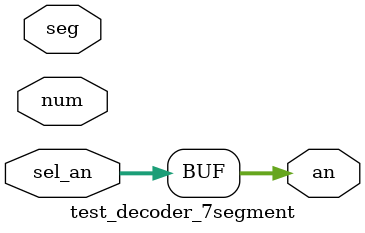
<source format=v>
`timescale 1ns / 1ps
module test_decoder_7segment(num,seg,sel_an,an);
input [3:0] num;
input [6:0] seg;
input [3:0] sel_an;
output [3:0] an;

led7seg_AN uut(seg,num);
assign an = sel_an;
endmodule

</source>
